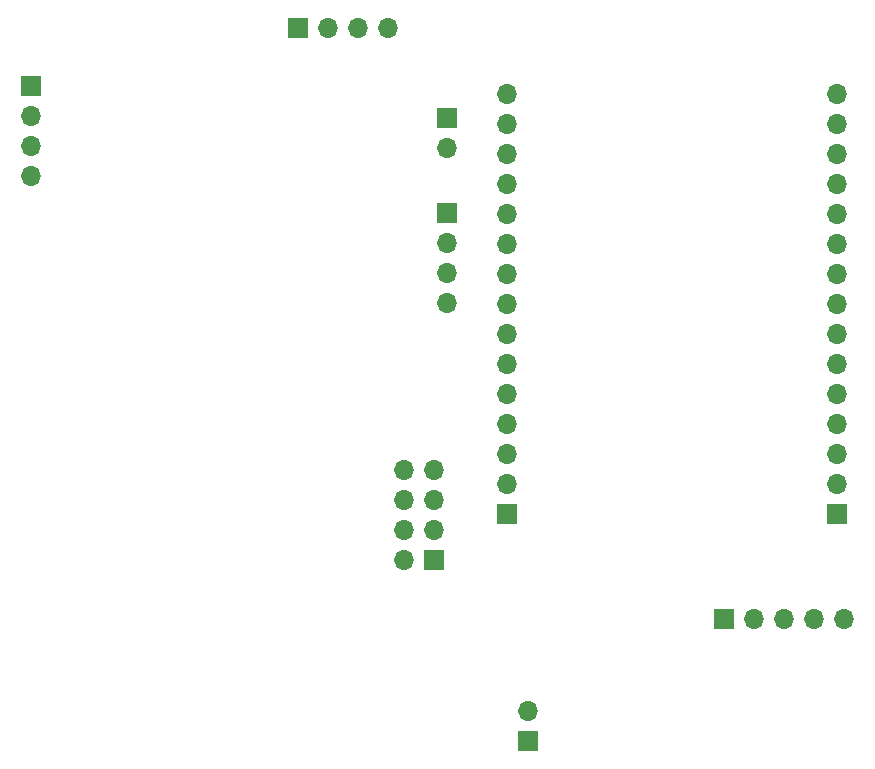
<source format=gbr>
%TF.GenerationSoftware,KiCad,Pcbnew,(5.99.0-9565-gc0f3e53b52)*%
%TF.CreationDate,2021-04-08T11:44:11+02:00*%
%TF.ProjectId,Smogly1,536d6f67-6c79-4312-9e6b-696361645f70,rev?*%
%TF.SameCoordinates,Original*%
%TF.FileFunction,Soldermask,Bot*%
%TF.FilePolarity,Negative*%
%FSLAX46Y46*%
G04 Gerber Fmt 4.6, Leading zero omitted, Abs format (unit mm)*
G04 Created by KiCad (PCBNEW (5.99.0-9565-gc0f3e53b52)) date 2021-04-08 11:44:11*
%MOMM*%
%LPD*%
G01*
G04 APERTURE LIST*
%ADD10R,1.700000X1.700000*%
%ADD11O,1.700000X1.700000*%
G04 APERTURE END LIST*
D10*
%TO.C,J2*%
X207600000Y-72800000D03*
D11*
X210140000Y-72800000D03*
X212680000Y-72800000D03*
X215220000Y-72800000D03*
%TD*%
D10*
%TO.C,J1*%
X227050000Y-133125000D03*
D11*
X227050000Y-130585000D03*
%TD*%
D10*
%TO.C,J8*%
X220200000Y-88450000D03*
D11*
X220200000Y-90990000D03*
X220200000Y-93530000D03*
X220200000Y-96070000D03*
%TD*%
D10*
%TO.C,J6*%
X220200000Y-80400000D03*
D11*
X220200000Y-82940000D03*
%TD*%
D10*
%TO.C,J10*%
X253250000Y-113920000D03*
D11*
X253250000Y-111380000D03*
X253250000Y-108840000D03*
X253250000Y-106300000D03*
X253250000Y-103760000D03*
X253250000Y-101220000D03*
X253250000Y-98680000D03*
X253250000Y-96140000D03*
X253250000Y-93600000D03*
X253250000Y-91060000D03*
X253250000Y-88520000D03*
X253250000Y-85980000D03*
X253250000Y-83440000D03*
X253250000Y-80900000D03*
X253250000Y-78360000D03*
%TD*%
D10*
%TO.C,J5*%
X219100000Y-117800000D03*
D11*
X216560000Y-117800000D03*
X219100000Y-115260000D03*
X216560000Y-115260000D03*
X219100000Y-112720000D03*
X216560000Y-112720000D03*
X219100000Y-110180000D03*
X216560000Y-110180000D03*
%TD*%
D10*
%TO.C,J11*%
X225310000Y-113920000D03*
D11*
X225310000Y-111380000D03*
X225310000Y-108840000D03*
X225310000Y-106300000D03*
X225310000Y-103760000D03*
X225310000Y-101220000D03*
X225310000Y-98680000D03*
X225310000Y-96140000D03*
X225310000Y-93600000D03*
X225310000Y-91060000D03*
X225310000Y-88520000D03*
X225310000Y-85980000D03*
X225310000Y-83440000D03*
X225310000Y-80900000D03*
X225310000Y-78360000D03*
%TD*%
D10*
%TO.C,J4*%
X243725000Y-122800000D03*
D11*
X246265000Y-122800000D03*
X248805000Y-122800000D03*
X251345000Y-122800000D03*
X253885000Y-122800000D03*
%TD*%
D10*
%TO.C,J3*%
X185000000Y-77700000D03*
D11*
X185000000Y-80240000D03*
X185000000Y-82780000D03*
X185000000Y-85320000D03*
%TD*%
M02*

</source>
